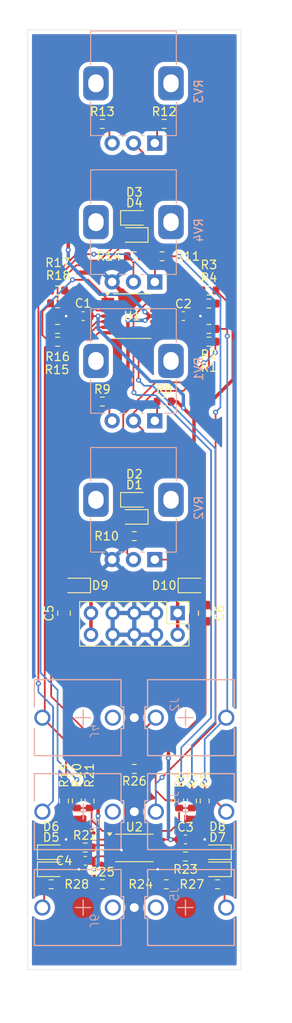
<source format=kicad_pcb>
(kicad_pcb (version 20240108) (generator "pcbnew") (generator_version "8.0")
  (layers (0 "F.Cu" signal) (31 "B.Cu" signal) (34 "B.Paste" user) (35 "F.Paste" user) (36 "B.SilkS" user "B.Silkscreen") (37 "F.SilkS" user "F.Silkscreen") (38 "B.Mask" user) (39 "F.Mask" user) (44 "Edge.Cuts" user))
  (net 0 "")
  (net 1 "GND")
  (net 2 "+12V")
  (net 3 "-12V")
  (net 4 "Net-(D1-A)")
  (net 5 "Net-(D1-K)")
  (net 6 "Net-(D3-A)")
  (net 7 "Net-(D3-K)")
  (net 8 "Net-(D5-A)")
  (net 9 "Net-(D5-K)")
  (net 10 "Net-(D7-A)")
  (net 11 "Net-(D7-K)")
  (net 12 "Net-(J1-3)")
  (net 13 "Net-(J1-2)")
  (net 14 "Net-(J2-3)")
  (net 15 "Net-(J2-2)")
  (net 16 "Net-(J3-3)")
  (net 19 "Net-(J4-3)")
  (net 21 "Net-(J5-3)")
  (net 23 "Net-(J6-3)")
  (net 24 "Net-(U1C--)")
  (net 25 "Net-(U1C-+)")
  (net 26 "Net-(U1D--)")
  (net 27 "Net-(U1D-+)")
  (net 28 "Net-(U2B--)")
  (net 29 "Net-(R6-Pad2)")
  (net 30 "Net-(R7-Pad2)")
  (net 31 "Net-(R8-Pad1)")
  (net 32 "Net-(R9-Pad2)")
  (net 33 "Net-(R10-Pad1)")
  (net 34 "Net-(R12-Pad1)")
  (net 35 "Net-(R13-Pad2)")
  (net 36 "Net-(R14-Pad1)")
  (net 37 "Net-(U1B--)")
  (net 38 "Net-(U1B-+)")
  (net 39 "Net-(U1A--)")
  (net 40 "Net-(U1A-+)")
  (net 41 "Net-(U2A--)")
  (net 42 "Net-(R20-Pad2)")
  (net 43 "Net-(R21-Pad2)")
  (net 44 "Net-(R22-Pad1)")
  (net 45 "Net-(R23-Pad1)")
  (net 46 "Net-(D9-A)")
  (net 47 "Net-(D10-A)")
  (net 48 "Net-(D9-K)")
  (net 49 "Net-(D10-K)")
  (footprint "Capacitor_SMD:C_0603_1608Metric" (layer "F.Cu") (at 45.5 140.25)
    (property "Reference" "C3")
    (property "Value" "100nF")
  )
  (footprint "Capacitor_SMD:C_0603_1608Metric" (layer "F.Cu") (at 45.25 79)
    (property "Reference" "C2")
    (property "Value" "100nF")
  )
  (footprint "Capacitor_SMD:C_0603_1608Metric" (layer "F.Cu") (at 33.5 79 180)
    (property "Reference" "C1")
    (property "Value" "100nF")
  )
  (footprint "Resistor_SMD:R_0603_1608Metric" (layer "F.Cu") (at 32.76 135.75 90)
    (property "Reference" "R20")
    (property "Value" "47k")
  )
  (footprint "Diode_SMD:D_SOD-323" (layer "F.Cu") (at 39.5 100.5)
    (property "Reference" "D2")
    (property "Value" "1N4148WS")
  )
  (footprint "Resistor_SMD:R_0603_1608Metric" (layer "F.Cu") (at 44.75 135.75 90)
    (property "Reference" "R6")
    (property "Value" "22k")
  )
  (footprint "Diode_SMD:D_SOD-323" (layer "F.Cu") (at 49.25 141.75 180)
    (property "Reference" "D8")
    (property "Value" "D_Zener")
  )
  (footprint "Resistor_SMD:R_0603_1608Metric" (layer "F.Cu") (at 49.25 145.5 180)
    (property "Reference" "R27")
    (property "Value" "1k")
  )
  (footprint "Resistor_SMD:R_0603_1608Metric" (layer "F.Cu") (at 48.25 80.5)
    (property "Reference" "R2")
    (property "Value" "10k")
  )
  (footprint "Resistor_SMD:R_0603_1608Metric" (layer "F.Cu") (at 43 56.5)
    (property "Reference" "R12")
    (property "Value" "10k")
  )
  (footprint "Resistor_SMD:R_0603_1608Metric" (layer "F.Cu") (at 35.75 145.5)
    (property "Reference" "R25")
    (property "Value" "1k")
  )
  (footprint "Resistor_SMD:R_0603_1608Metric" (layer "F.Cu") (at 34.25 135.75 90)
    (property "Reference" "R21")
    (property "Value" "22k")
  )
  (footprint "Resistor_SMD:R_0603_1608Metric" (layer "F.Cu") (at 35.75 89)
    (property "Reference" "R9")
    (property "Value" "10k")
  )
  (footprint "Diode_SMD:D_SOD-323" (layer "F.Cu") (at 29.75 143.75)
    (property "Reference" "D5")
    (property "Value" "D_Zener")
  )
  (footprint "Resistor_SMD:R_0603_1608Metric" (layer "F.Cu") (at 30.5 77.5 180)
    (property "Reference" "R18")
    (property "Value" "10k")
  )
  (footprint "Resistor_SMD:R_0603_1608Metric" (layer "F.Cu") (at 48.25 77.53)
    (property "Reference" "R4")
    (property "Value" "10k")
  )
  (footprint "Resistor_SMD:R_0603_1608Metric" (layer "F.Cu") (at 33.75 141.2)
    (property "Reference" "R22")
    (property "Value" "10k")
  )
  (footprint "Resistor_SMD:R_0603_1608Metric" (layer "F.Cu") (at 39.5 104.75)
    (property "Reference" "R10")
    (property "Value" "10k")
  )
  (footprint "Resistor_SMD:R_0603_1608Metric" (layer "F.Cu") (at 43.25 145.5 180)
    (property "Reference" "R24")
    (property "Value" "1k")
  )
  (footprint "Diode_SMD:D_SOD-323" (layer "F.Cu") (at 32.75 110.525 180)
    (property "Reference" "D9")
    (property "Value" "D_Schottky")
  )
  (footprint "Package_SO:TSSOP-8_4.4x3mm_P0.65mm" (layer "F.Cu") (at 39.5 141.25)
    (property "Reference" "U2")
    (property "Value" "TL072")
  )
  (footprint "Resistor_SMD:R_0603_1608Metric" (layer "F.Cu") (at 46.25 135.75 90)
    (property "Reference" "R7")
    (property "Value" "47k")
  )
  (footprint "Resistor_SMD:R_0603_1608Metric" (layer "F.Cu") (at 30.5 76)
    (property "Reference" "R17")
    (property "Value" "10k")
  )
  (footprint "Resistor_SMD:R_0603_1608Metric" (layer "F.Cu") (at 30.5 80.5 180)
    (property "Reference" "R16")
    (property "Value" "10k")
  )
  (footprint "Resistor_SMD:R_0603_1608Metric" (layer "F.Cu") (at 45.5 142.25 180)
    (property "Reference" "R23")
    (property "Value" "10k")
  )
  (footprint "Resistor_SMD:R_0603_1608Metric" (layer "F.Cu") (at 48.25 81.99 180)
    (property "Reference" "R1")
    (property "Value" "10k")
  )
  (footprint "Diode_SMD:D_SOD-323" (layer "F.Cu") (at 46.25 110.525)
    (property "Reference" "D10")
    (property "Value" "D_Schottky")
  )
  (footprint "Resistor_SMD:R_0603_1608Metric" (layer "F.Cu") (at 35.75 56.5)
    (property "Reference" "R13")
    (property "Value" "10k")
  )
  (footprint "Package_SO:TSSOP-14_4.4x5mm_P0.65mm" (layer "F.Cu") (at 39.25 79)
    (property "Reference" "U1")
    (property "Value" "TL074")
  )
  (footprint "Connector_PinHeader_2.54mm:PinHeader_2x05_P2.54mm_Vertical" (layer "F.Cu") (at 44.58 113.75 -90)
    (property "Reference" "J7" (hide yes))
    (property "Value" "Eurorack_Power_10pin_Unshrouded")
  )
  (footprint "Resistor_SMD:R_0603_1608Metric" (layer "F.Cu") (at 29.75 145.5)
    (property "Reference" "R28")
    (property "Value" "1k")
  )
  (footprint "Diode_SMD:D_SOD-323" (layer "F.Cu") (at 29.75 141.75)
    (property "Reference" "D6")
    (property "Value" "D_Zener")
  )
  (footprint "Capacitor_SMD:C_0805_2012Metric" (layer "F.Cu") (at 31.255 113.775 -90)
    (property "Reference" "C5")
    (property "Value" "10uF")
  )
  (footprint "Capacitor_SMD:C_0805_2012Metric" (layer "F.Cu") (at 47.755 113.775 90)
    (property "Reference" "C6")
    (property "Value" "10uF")
  )
  (footprint "Resistor_SMD:R_0603_1608Metric" (layer "F.Cu") (at 42.75 72)
    (property "Reference" "R11")
    (property "Value" "1k")
  )
  (footprint "Resistor_SMD:R_0603_1608Metric" (layer "F.Cu") (at 47.75 135.75 90)
    (property "Reference" "R5")
    (property "Value" "10k")
  )
  (footprint "Resistor_SMD:R_0603_1608Metric" (layer "F.Cu") (at 31.25 135.75 90)
    (property "Reference" "R19")
    (property "Value" "10k")
  )
  (footprint "Diode_SMD:D_SOD-323" (layer "F.Cu") (at 39.5 69.5 180)
    (property "Reference" "D4")
    (property "Value" "1N4148WS")
  )
  (footprint "Resistor_SMD:R_0603_1608Metric" (layer "F.Cu") (at 43 89)
    (property "Reference" "R8")
    (property "Value" "10k")
  )
  (footprint "Resistor_SMD:R_0603_1608Metric" (layer "F.Cu") (at 39.5 72)
    (property "Reference" "R14")
    (property "Value" "10k")
  )
  (footprint "Resistor_SMD:R_0603_1608Metric" (layer "F.Cu") (at 48.25 76 180)
    (property "Reference" "R3")
    (property "Value" "10k")
  )
  (footprint "Resistor_SMD:R_0603_1608Metric" (layer "F.Cu") (at 30.5 82)
    (property "Reference" "R15")
    (property "Value" "10k")
  )
  (footprint "Diode_SMD:D_SOD-323" (layer "F.Cu") (at 39.5 102.5 180)
    (property "Reference" "D1")
    (property "Value" "1N4148WS")
  )
  (footprint "Resistor_SMD:R_0603_1608Metric" (layer "F.Cu") (at 39.5 132 180)
    (property "Reference" "R26")
    (property "Value" "1k")
  )
  (footprint "Diode_SMD:D_SOD-323" (layer "F.Cu") (at 39.5 67.5)
    (property "Reference" "D3")
    (property "Value" "1N4148WS")
  )
  (footprint "Capacitor_SMD:C_0603_1608Metric" (layer "F.Cu") (at 33.75 142.75 180)
    (property "Reference" "C4")
    (property "Value" "100nF")
  )
  (footprint "Diode_SMD:D_SOD-323" (layer "F.Cu") (at 49.25 143.75 180)
    (property "Reference" "D7")
    (property "Value" "D_Zener")
  )
  (footprint "Potentiometer_THT:Potentiometer_Alps_RK09K_Single_Vertical" (layer "B.Cu") (at 41.9 75 90)
    (property "Reference" "RV4")
    (property "Value" "100k")
  )
  (footprint "Potentiometer_THT:Potentiometer_Alps_RK09K_Single_Vertical" (layer "B.Cu") (at 41.9 107.5 90)
    (property "Reference" "RV2")
    (property "Value" "100k")
  )
  (footprint "eurorack-jacks:Thonkiconn-Jack" (layer "B.Cu") (at 33.5 136.9995 90)
    (property "Reference" "J3")
    (property "Value" "~")
  )
  (footprint "eurorack-jacks:Thonkiconn-Jack" (layer "B.Cu") (at 33.5 126.0005 90)
    (property "Reference" "J4")
    (property "Value" "~")
  )
  (footprint "eurorack-jacks:Thonkiconn-Jack" (layer "B.Cu") (at 45.5 126.0005 -90)
    (property "Reference" "J2")
    (property "Value" "~")
  )
  (footprint "Potentiometer_THT:Potentiometer_Alps_RK09K_Single_Vertical" (layer "B.Cu") (at 41.9 58.75 90)
    (property "Reference" "RV3")
    (property "Value" "100k")
  )
  (footprint "eurorack-jacks:Thonkiconn-Jack" (layer "B.Cu") (at 45.5 136.9995 -90)
    (property "Reference" "J1")
    (property "Value" "~")
  )
  (footprint "eurorack-jacks:Thonkiconn-Jack" (layer "B.Cu") (at 33.5 148.222 90)
    (property "Reference" "J6")
    (property "Value" "~")
  )
  (footprint "Potentiometer_THT:Potentiometer_Alps_RK09K_Single_Vertical" (layer "B.Cu") (at 41.9 91.25 90)
    (property "Reference" "RV1")
    (property "Value" "100k")
  )
  (footprint "eurorack-jacks:Thonkiconn-Jack" (layer "B.Cu") (at 45.5 148.222 -90)
    (property "Reference" "J5")
    (property "Value" "~")
  )
  (gr_rect (start 27 45.5) (end 52 155.5) (stroke (width 0.05)) (fill none) (layer "Edge.Cuts"))
  (segment (start 32.975 143.725) (end 33 143.75) (width 0.2) (layer "F.Cu") (net 1))
  (segment (start 32.975 142.75) (end 32.975 143.725) (width 0.2) (layer "F.Cu") (net 1))
  (segment (start 36.6375 141.575) (end 37.925 141.575) (width 0.2) (layer "F.Cu") (net 1))
  (segment (start 37.925 141.575) (end 38 141.5) (width 0.2) (layer "F.Cu") (net 1))
  (via (at 33 143.75) (size 0.6) (drill 0.3) (layers "F.Cu" "B.Cu") (net 1))
  (via (at 31.5 140.25) (size 0.6) (drill 0.3) (layers "F.Cu" "B.Cu") (net 1))
  (via (at 42.25 143.75) (size 0.6) (drill 0.3) (layers "F.Cu" "B.Cu") (net 1))
  (via (at 38 141.5) (size 0.6) (drill 0.3) (layers "F.Cu" "B.Cu") (net 1))
  (via (at 47.25 79) (size 0.6) (drill 0.3) (layers "F.Cu" "B.Cu") (net 1))
  (via (at 31.5 79) (size 0.6) (drill 0.3) (layers "F.Cu" "B.Cu") (net 1))
  (via (at 47.75 140.25) (size 0.6) (drill 0.3) (layers "F.Cu" "B.Cu") (net 1))
  (segment (start 43.5 130.75) (end 43.5 129.75) (width 0.4) (layer "F.Cu") (net 2))
  (segment (start 46.5 91) (end 51.1 86.4) (width 0.4) (layer "F.Cu") (net 2))
  (segment (start 45 56.5) (end 43.825 56.5) (width 0.4) (layer "F.Cu") (net 2))
  (segment (start 42.3625 140.275) (end 44.7 140.275) (width 0.2) (layer "F.Cu") (net 2))
  (segment (start 45.25 89.75) (end 44.5 89) (width 0.4) (layer "F.Cu") (net 2))
  (segment (start 46.5 91) (end 46.5 113.47) (width 0.4) (layer "F.Cu") (net 2))
  (segment (start 43.75 140.275) (end 43.775 140.25) (width 0.4) (layer "F.Cu") (net 2))
  (segment (start 35.25 79) (end 34.275 79) (width 0.2) (layer "F.Cu") (net 2))
  (segment (start 46.5 113.47) (end 47.755 114.725) (width 0.4) (layer "F.Cu") (net 2))
  (segment (start 51.1 62.6) (end 45 56.5) (width 0.4) (layer "F.Cu") (net 2))
  (segment (start 43.5 129.75) (end 47.755 125.495) (width 0.4) (layer "F.Cu") (net 2))
  (segment (start 47.755 125.495) (end 47.755 114.725) (width 0.4) (layer "F.Cu") (net 2))
  (segment (start 44.5 89) (end 43.825 89) (width 0.4) (layer "F.Cu") (net 2))
  (segment (start 45.25 89.75) (end 46.5 91) (width 0.4) (layer "F.Cu") (net 2))
  (segment (start 43.775 140.25) (end 44.725 140.25) (width 0.4) (layer "F.Cu") (net 2))
  (segment (start 51.1 86.4) (end 51.1 62.6) (width 0.4) (layer "F.Cu") (net 2))
  (segment (start 44.7 140.275) (end 44.725 140.25) (width 0.2) (layer "F.Cu") (net 2))
  (segment (start 36.3875 79) (end 35.25 79) (width 0.2) (layer "F.Cu") (net 2))
  (via (at 45.25 89.75) (size 0.6) (drill 0.3) (layers "F.Cu" "B.Cu") (net 2))
  (via (at 35.25 79) (size 0.6) (drill 0.3) (layers "F.Cu" "B.Cu") (net 2))
  (via (at 43.75 140.275) (size 0.6) (drill 0.3) (layers "F.Cu" "B.Cu") (net 2))
  (via (at 43.5 130.75) (size 0.6) (drill 0.3) (layers "F.Cu" "B.Cu") (net 2))
  (segment (start 45.25 89.75) (end 45.25 88.25) (width 0.4) (layer "B.Cu") (net 2))
  (segment (start 45.25 88.25) (end 43.65 86.65) (width 0.4) (layer "B.Cu") (net 2))
  (segment (start 43.5 140.025) (end 43.75 140.275) (width 0.4) (layer "B.Cu") (net 2))
  (segment (start 43.65 86.65) (end 41.41005 86.65) (width 0.4) (layer "B.Cu") (net 2))
  (segment (start 43.5 130.75) (end 43.5 140.025) (width 0.4) (layer "B.Cu") (net 2))
  (segment (start 35.25 80.48995) (end 35.25 79) (width 0.4) (layer "B.Cu") (net 2))
  (segment (start 41.41005 86.65) (end 35.25 80.48995) (width 0.4) (layer "B.Cu") (net 2))
  (segment (start 38.75 79.5) (end 38.75 85.175) (width 0.4) (layer "F.Cu") (net 3))
  (segment (start 41.315122 79) (end 42.1125 79) (width 0.4) (layer "F.Cu") (net 3))
  (segment (start 40.75 79.5) (end 40.815122 79.5) (width 0.4) (layer "F.Cu") (net 3))
  (segment (start 31.255 114.725) (end 32.75 113.23) (width 0.4) (layer "F.Cu") (net 3))
  (segment (start 32.75 113.23) (end 32.75 91.175) (width 0.4) (layer "F.Cu") (net 3))
  (segment (start 40.815122 79.5) (end 41.315122 79) (width 0.4) (layer "F.Cu") (net 3))
  (segment (start 31.75 58.25) (end 33.5 56.5) (width 0.4) (layer "F.Cu") (net 3))
  (segment (start 40.815122 78.5) (end 40.75 78.5) (width 0.4) (layer "F.Cu") (net 3))
  (segment (start 38.75 85.175) (end 34.925 89) (width 0.4) (layer "F.Cu") (net 3))
  (segment (start 32.75 91.175) (end 34.925 89) (width 0.4) (layer "F.Cu") (net 3))
  (segment (start 35.25 137.5) (end 35.25 124.75) (width 0.4) (layer "F.Cu") (net 3))
  (segment (start 34.75 143.75) (end 34.75 142.975) (width 0.4) (layer "F.Cu") (net 3))
  (segment (start 31.75 71.25) (end 31.75 58.25) (width 0.4) (layer "F.Cu") (net 3))
  (segment (start 34.75 142.975) (end 34.525 142.75) (width 0.4) (layer "F.Cu") (net 3))
  (segment (start 33.5 56.5) (end 34.925 56.5) (width 0.4) (layer "F.Cu") (net 3))
  (segment (start 31.255 120.755) (end 31.255 114.725) (width 0.4) (layer "F.Cu") (net 3))
  (segment (start 42.1125 79) (end 44.475 79) (width 0.2) (layer "F.Cu") (net 3))
  (segment (start 36.6375 142.225) (end 35.05 142.225) (width 0.2) (layer "F.Cu") (net 3))
  (segment (start 35.25 124.75) (end 31.255 120.755) (width 0.4) (layer "F.Cu") (net 3))
  (segment (start 41.315122 79) (end 40.815122 78.5) (width 0.4) (layer "F.Cu") (net 3))
  (segment (start 35.05 142.225) (end 34.525 142.75) (width 0.2) (layer "F.Cu") (net 3))
  (via (at 40.75 79.5) (size 0.6) (drill 0.3) (layers "F.Cu" "B.Cu") (net 3))
  (via (at 31.75 71.25) (size 0.6) (drill 0.3) (layers "F.Cu" "B.Cu") (net 3))
  (via (at 35.25 137.5) (size 0.6) (drill 0.3) (layers "F.Cu" "B.Cu") (net 3))
  (via (at 34.75 143.75) (size 0.6) (drill 0.3) (layers "F.Cu" "B.Cu") (net 3))
  (via (at 38.75 79.5) (size 0.6) (drill 0.3) (layers "F.Cu" "B.Cu") (net 3))
  (via (at 40.75 78.5) (size 0.6) (drill 0.3) (layers "F.Cu" "B.Cu") (net 3))
  (segment (start 40.75 78.434878) (end 38.765122 76.45) (width 0.4) (layer "B.Cu") (net 3))
  (segment (start 38.765122 76.45) (end 35.45 76.45) (width 0.4) (layer "B.Cu") (net 3))
  (segment (start 38.75 79.5) (end 40.75 79.5) (width 0.4) (layer "B.Cu") (net 3))
  (segment (start 35.45 76.45) (end 33.25 74.25) (width 0.4) (layer "B.Cu") (net 3))
  (segment (start 31.75 72.75) (end 31.75 71.25) (width 0.4) (layer "B.Cu") (net 3))
  (segment (start 35.25 137.5) (end 35.25 143.25) (width 0.4) (layer "B.Cu") (net 3))
  (segment (start 33.25 74.25) (end 31.75 72.75) (width 0.4) (layer "B.Cu") (net 3))
  (segment (start 40.75 78.5) (end 40.75 78.434878) (width 0.4) (layer "B.Cu") (net 3))
  (segment (start 35.25 143.25) (end 34.75 143.75) (width 0.4) (layer "B.Cu") (net 3))
  (segment (start 38.45 100.3) (end 38.2 100.05) (width 0.2) (layer "F.Cu") (net 4))
  (segment (start 38.45 100.5) (end 38.45 100.3) (width 0.2) (layer "F.Cu") (net 4))
  (segment (start 49 82.065) (end 49.075 81.99) (width 0.2) (layer "F.Cu") (net 4))
  (segment (start 38.45 100.5) (end 38.45 102.5) (width 0.2) (layer "F.Cu") (net 4))
  (segment (start 45.350735 86.75) (end 47.65 84.450735) (width 0.2) (layer "F.Cu") (net 4))
  (segment (start 49 83.25) (end 49 82.065) (width 0.2) (layer "F.Cu") (net 4))
  (segment (start 42 86.75) (end 45.350735 86.75) (width 0.2) (layer "F.Cu") (net 4))
  (segment (start 38.2 90.55) (end 42 86.75) (width 0.2) (layer "F.Cu") (net 4))
  (segment (start 38.2 100.05) (end 38.2 90.55) (width 0.2) (layer "F.Cu") (net 4))
  (via (at 47.65 84.450735) (size 0.6) (drill 0.3) (layers "F.Cu" "B.Cu") (net 4))
  (via (at 49 83.25) (size 0.6) (drill 0.3) (layers "F.Cu" "B.Cu") (net 4))
  (segment (start 47.65 84.450735) (end 47.799265 84.450735) (width 0.2) (layer "B.Cu") (net 4))
  (segment (start 47.799265 84.450735) (end 49 83.25) (width 0.2) (layer "B.Cu") (net 4))
  (segment (start 40.55 102.5) (end 40.55 100.5) (width 0.2) (layer "F.Cu") (net 5))
  (segment (start 48.25 78.355) (end 48.25 84.75) (width 0.2) (layer "F.Cu") (net 5))
  (segment (start 39.4 90.35) (end 39.4 91.25) (width 0.2) (layer "F.Cu") (net 5))
  (segment (start 40.55 102.5) (end 40.55 104.525) (width 0.2) (layer "F.Cu") (net 5))
  (segment (start 45.25 87.75) (end 42 87.75) (width 0.2) (layer "F.Cu") (net 5))
  (segment (start 42 87.75) (end 39.4 90.35) (width 0.2) (layer "F.Cu") (net 5))
  (segment (start 40.55 92.4) (end 39.4 91.25) (width 0.2) (layer "F.Cu") (net 5))
  (segment (start 49.075 77.53) (end 48.25 78.355) (width 0.2) (layer "F.Cu") (net 5))
  (segment (start 40.55 100.5) (end 40.55 92.4) (width 0.2) (layer "F.Cu") (net 5))
  (segment (start 40.55 104.525) (end 40.325 104.75) (width 0.2) (layer "F.Cu") (net 5))
  (segment (start 48.25 84.75) (end 45.25 87.75) (width 0.2) (layer "F.Cu") (net 5))
  (segment (start 40.55 67.5) (end 40.55 69.5) (width 0.2) (layer "F.Cu") (net 6))
  (segment (start 35.75 73.04853) (end 37.79853 71) (width 0.2) (layer "F.Cu") (net 6))
  (segment (start 30.5 75.25) (end 32.70147 73.04853) (width 0.2) (layer "F.Cu") (net 6))
  (segment (start 32.70147 73.04853) (end 35.75 73.04853) (width 0.2) (layer "F.Cu") (net 6))
  (segment (start 40.55 71.775) (end 40.325 72) (width 0.2) (layer "F.Cu") (net 6))
  (segment (start 40.55 59.9) (end 39.4 58.75) (width 0.2) (layer "F.Cu") (net 6))
  (segment (start 29.675 79.325) (end 30.5 78.5) (width 0.2) (layer "F.Cu") (net 6))
  (segment (start 37.79853 71) (end 39.325 71) (width 0.2) (layer "F.Cu") (net 6))
  (segment (start 29.675 80.5) (end 29.675 79.325) (width 0.2) (layer "F.Cu") (net 6))
  (segment (start 30.5 78.5) (end 30.5 75.25) (width 0.2) (layer "F.Cu") (net 6))
  (segment (start 39.325 71) (end 40.325 72) (width 0.2) (layer "F.Cu") (net 6))
  (segment (start 40.55 69.5) (end 40.55 71.775) (width 0.2) (layer "F.Cu") (net 6))
  (segment (start 40.55 67.5) (end 40.55 59.9) (width 0.2) (layer "F.Cu") (net 6))
  (segment (start 29.675 76) (end 29.675 75.325) (width 0.2) (layer "F.Cu") (net 7))
  (segment (start 38.45 67.5) (end 38.45 69.5) (width 0.2) (layer "F.Cu") (net 7))
  (segment (start 29.675 75.325) (end 32.5 72.5) (width 0.2) (layer "F.Cu") (net 7))
  (segment (start 35.45 72.5) (end 38.45 69.5) (width 0.2) (layer "F.Cu") (net 7))
  (segment (start 32.5 72.5) (end 35.45 72.5) (width 0.2) (layer "F.Cu") (net 7))
  (segment (start 37.75 146.25) (end 37.012648 146.25) (width 0.2) (layer "F.Cu") (net 8))
  (segment (start 39 145) (end 37.75 146.25) (width 0.2) (layer "F.Cu") (net 8))
  (segment (start 39 138.108698) (end 39 145) (width 0.2) (layer "F.Cu") (net 8))
  (segment (start 30.8 143.75) (end 30.8 145.275) (width 0.2) (layer "F.Cu") (net 8))
  (segment (start 38.3575 133.3925) (end 38.3575 137.466198) (width 0.2) (layer "F.Cu") (net 8))
  (segment (start 38.3575 137.466198) (end 39 138.108698) (width 0.2) (layer "F.Cu") (net 8))
  (segment (start 38.675 132) (end 38.675 133.075) (width 0.2) (layer "F.Cu") (net 8))
  (segment (start 34.925 145.5) (end 30.575 145.5) (width 0.2) (layer "F.Cu") (net 8))
  (segment (start 35.7 146.275) (end 34.925 145.5) (width 0.2) (layer "F.Cu") (net 8))
  (segment (start 30.8 145.275) (end 30.575 145.5) (width 0.2) (layer "F.Cu") (net 8))
  (segment (start 36.987648 146.275) (end 35.7 146.275) (width 0.2) (layer "F.Cu") (net 8))
  (segment (start 37.012648 146.25) (end 36.987648 146.275) (width 0.2) (layer "F.Cu") (net 8))
  (segment (start 38.675 133.075) (end 38.3575 133.3925) (width 0.2) (layer "F.Cu") (net 8))
  (segment (start 28.7 141.75) (end 28.7 143.75) (width 0.2) (layer "F.Cu") (net 9))
  (segment (start 48.2 145.275) (end 48.425 145.5) (width 0.2) (layer "F.Cu") (net 10))
  (segment (start 48.2 143.75) (end 48.2 145.275) (width 0.2) (layer "F.Cu") (net 10))
  (segment (start 48.425 145.5) (end 44.075 145.5) (width 0.2) (layer "F.Cu") (net 10))
  (segment (start 50.3 141.75) (end 50.3 143.75) (width 0.2) (layer "F.Cu") (net 11))
  (segment (start 43.75 125.5) (end 43.75 127.75) (width 0.2) (layer "F.Cu") (net 12))
  (segment (start 43.75 107.5) (end 46 109.75) (width 0.2) (layer "F.Cu") (net 12))
  (segment (start 46 109.75) (end 46 123.25) (width 0.2) (layer "F.Cu") (net 12))
  (segment (start 46 123.25) (end 43.75 125.5) (width 0.2) (layer "F.Cu") (net 12))
  (segment (start 43.75 127.75) (end 42 129.5) (width 0.2) (layer "F.Cu") (net 12))
  (segment (start 42 129.5) (end 42 134.5) (width 0.2) (layer "F.Cu") (net 12))
  (segment (start 41.9 107.5) (end 43.75 107.5) (width 0.2) (layer "F.Cu") (net 12))
  (segment (start 42 134.5) (end 43.163 135.663) (width 0.2) (layer "F.Cu") (net 12))
  (segment (start 48.941 135.663) (end 50.278 137) (width 0.2) (layer "F.Cu") (net 12))
  (segment (start 43.163 135.663) (end 48.941 135.663) (width 0.2) (layer "F.Cu") (net 12))
  (segment (start 49.0255 90.25) (end 49.0255 126.7245) (width 0.2) (layer "F.Cu") (net 13))
  (segment (start 49.0255 126.7245) (end 42.75 133) (width 0.2) (layer "F.Cu") (net 13))
  (segment (start 44.75 72) (end 43.575 72) (width 0.2) (layer "F.Cu") (net 13))
  (via (at 44.75 72) (size 0.6) (drill 0.3) (layers "F.Cu" "B.Cu") (net 13))
  (via (at 49.0255 90.25) (size 0.6) (drill 0.3) (layers "F.Cu" "B.Cu") (net 13))
  (via (at 42.75 133) (size 0.6) (drill 0.3) (layers "F.Cu" "B.Cu") (net 13))
  (segment (start 42.023 133.727) (end 42.75 133) (width 0.2) (layer "B.Cu") (net 13))
  (segment (start 49.6 89.6755) (end 49.6 76.85) (width 0.2) (layer "B.Cu") (net 13))
  (segment (start 42.023 137) (end 42.023 133.727) (width 0.2) (layer "B.Cu") (net 13))
  (segment (start 49.6 76.85) (end 44.75 72) (width 0.2) (layer "B.Cu") (net 13))
  (segment (start 49.0255 90.25) (end 49.6 89.6755) (width 0.2) (layer "B.Cu") (net 13))
  (segment (start 49.075 76) (end 50.4 77.325) (width 0.2) (layer "F.Cu") (net 14))
  (segment (start 50.4 81.35) (end 50.4 80.5) (width 0.2) (layer "F.Cu") (net 14))
  (segment (start 47.75 134.925) (end 47.75 133.5) (width 0.2) (layer "F.Cu") (net 14))
  (segment (start 49.075 80.5) (end 50.4 80.5) (width 0.2) (layer "F.Cu") (net 14))
  (segment (start 50.4 77.325) (end 50.4 80.5) (width 0.2) (layer "F.Cu") (net 14))
  (via (at 47.75 133.5) (size 0.6) (drill 0.3) (layers "F.Cu" "B.Cu") (net 14))
  (via (at 50.4 81.35) (size 0.6) (drill 0.3) (layers "F.Cu" "B.Cu") (net 14))
  (segment (start 50.4 81.35) (end 50.4 125.879) (width 0.2) (layer "B.Cu") (net 14))
  (segment (start 47.75 133.5) (end 47.75 128.529) (width 0.2) (layer "B.Cu") (net 14))
  (segment (start 50.4 125.879) (end 50.278 126.001) (width 0.2) (layer "B.Cu") (net 14))
  (segment (start 47.75 128.529) (end 50.278 126.001) (width 0.2) (layer "B.Cu") (net 14))
  (segment (start 40.325 132) (end 40.325 127.699) (width 0.2) (layer "F.Cu") (net 15))
  (segment (start 40.325 127.699) (end 42.023 126.001) (width 0.2) (layer "F.Cu") (net 15))
  (segment (start 32.684314 71.75) (end 34.75 71.75) (width 0.2) (layer "F.Cu") (net 16))
  (segment (start 41.925 72) (end 41.925 74.975) (width 0.2) (layer "F.Cu") (net 16))
  (segment (start 28.25 76.184314) (end 32.684314 71.75) (width 0.2) (layer "F.Cu") (net 16))
  (segment (start 28.25 122) (end 28.25 76.184314) (width 0.2) (layer "F.Cu") (net 16))
  (segment (start 41.925 74.975) (end 41.9 75) (width 0.2) (layer "F.Cu") (net 16))
  (via (at 34.75 71.75) (size 0.6) (drill 0.3) (layers "F.Cu" "B.Cu") (net 16))
  (via (at 28.25 122) (size 0.6) (drill 0.3) (layers "F.Cu" "B.Cu") (net 16))
  (segment (start 28.25 123) (end 29.9745 124.7245) (width 0.2) (layer "B.Cu") (net 16))
  (segment (start 28.25 122) (end 28.25 123) (width 0.2) (layer "B.Cu") (net 16))
  (segment (start 38.65 71.75) (end 41.9 75) (width 0.2) (layer "B.Cu") (net 16))
  (segment (start 29.9745 135.7465) (end 28.722 136.999) (width 0.2) (layer "B.Cu") (net 16))
  (segment (start 29.9745 124.7245) (end 29.9745 135.7465) (width 0.2) (layer "B.Cu") (net 16))
  (segment (start 34.75 71.75) (end 38.65 71.75) (width 0.2) (layer "B.Cu") (net 16))
  (segment (start 29 125.722) (end 28.722 126) (width 0.2) (layer "F.Cu") (net 19))
  (segment (start 28.722 78.453) (end 29.675 77.5) (width 0.2) (layer "F.Cu") (net 19))
  (segment (start 29.5 82) (end 28.722 81.222) (width 0.2) (layer "F.Cu") (net 19))
  (segment (start 31.49 128.768) (end 28.722 126) (width 0.2) (layer "F.Cu") (net 19))
  (segment (start 29.675 82) (end 29 82.675) (width 0.2) (layer "F.Cu") (net 19))
  (segment (start 29.675 82) (end 29.5 82) (width 0.2) (layer "F.Cu") (net 19))
  (segment (start 29 82.675) (end 29 125.722) (width 0.2) (layer "F.Cu") (net 19))
  (segment (start 28.722 81.222) (end 28.722 78.453) (width 0.2) (layer "F.Cu") (net 19))
  (segment (start 31.49 134.925) (end 31.49 128.768) (width 0.2) (layer "F.Cu") (net 19))
  (segment (start 50.075 148.0195) (end 50.278 148.2225) (width 0.2) (layer "F.Cu") (net 21))
  (segment (start 50.075 145.5) (end 50.075 148.0195) (width 0.2) (layer "F.Cu") (net 21))
  (segment (start 28.925 148.0185) (end 28.722 148.2215) (width 0.2) (layer "F.Cu") (net 23))
  (segment (start 28.925 145.5) (end 28.925 148.0185) (width 0.2) (layer "F.Cu") (net 23))
  (segment (start 44.434314 81) (end 46.435 81) (width 0.2) (layer "F.Cu") (net 24))
  (segment (start 43.734314 80.3) (end 44.434314 81) (width 0.2) (layer "F.Cu") (net 24))
  (segment (start 46.435 81) (end 47.425 81.99) (width 0.2) (layer "F.Cu") (net 24))
  (segment (start 42.1125 80.3) (end 43.734314 80.3) (width 0.2) (layer "F.Cu") (net 24))
  (segment (start 43.65 79.65) (end 44.5 80.5) (width 0.2) (layer "F.Cu") (net 25))
  (segment (start 44.5 80.5) (end 47.425 80.5) (width 0.2) (layer "F.Cu") (net 25))
  (segment (start 42.1125 79.65) (end 43.65 79.65) (width 0.2) (layer "F.Cu") (net 25))
  (segment (start 43.984314 77.7) (end 45.684314 76) (width 0.2) (layer "F.Cu") (net 26))
  (segment (start 42.1125 77.7) (end 43.984314 77.7) (width 0.2) (layer "F.Cu") (net 26))
  (segment (start 45.684314 76) (end 47.425 76) (width 0.2) (layer "F.Cu") (net 26))
  (segment (start 43.9 78.35) (end 44.72 77.53) (width 0.2) (layer "F.Cu") (net 27))
  (segment (start 42.1125 78.35) (end 43.9 78.35) (width 0.2) (layer "F.Cu") (net 27))
  (segment (start 44.72 77.53) (end 47.425 77.53) (width 0.2) (layer "F.Cu") (net 27))
  (segment (start 41.325 141.575) (end 40.75 141) (width 0.2) (layer "F.Cu") (net 28))
  (segment (start 42.3625 141.575) (end 44.5 141.575) (width 0.2) (layer "F.Cu") (net 28))
  (segment (start 43.75 139.25) (end 44.75 138.25) (width 0.2) (layer "F.Cu") (net 28))
  (segment (start 44.5 141.575) (end 44.675 141.75) (width 0.2) (layer "F.Cu") (net 28))
  (segment (start 40.75 139.75) (end 41.25 139.25) (width 0.2) (layer "F.Cu") (net 28))
  (segment (start 44.75 136.575) (end 47.75 136.575) (width 0.2) (layer "F.Cu") (net 28))
  (segment (start 44.75 138.25) (end 44.75 136.575) (width 0.2) (layer "F.Cu") (net 28))
  (segment (start 40.75 141) (end 40.75 139.75) (width 0.2) (layer "F.Cu") (net 28))
  (segment (start 42.3625 141.575) (end 41.325 141.575) (width 0.2) (layer "F.Cu") (net 28))
  (segment (start 41.25 139.25) (end 43.75 139.25) (width 0.2) (layer "F.Cu") (net 28))
  (segment (start 45 133.25) (end 45 134.675) (width 0.2) (layer "F.Cu") (net 29))
  (segment (start 39.4 87.9) (end 39.450735 87.950735) (width 0.2) (layer "F.Cu") (net 29))
  (segment (start 41.351471 77.05) (end 39.4 79.001471) (width 0.2) (layer "F.Cu") (net 29))
  (segment (start 42.1125 77.05) (end 41.351471 77.05) (width 0.2) (layer "F.Cu") (net 29))
  (segment (start 45 134.675) (end 44.75 134.925) (width 0.2) (layer "F.Cu") (net 29))
  (segment (start 39.4 79.001471) (end 39.4 87.9) (width 0.2) (layer "F.Cu") (net 29))
  (via (at 45 133.25) (size 0.6) (drill 0.3) (layers "F.Cu" "B.Cu") (net 29))
  (via (at 39.450735 87.950735) (size 0.6) (drill 0.3) (layers "F.Cu" "B.Cu") (net 29))
  (segment (start 48.5 94.75) (end 48.5 126) (width 0.2) (layer "B.Cu") (net 29))
  (segment (start 45 129.5) (end 45 133.25) (width 0.2) (layer "B.Cu") (net 29))
  (segment (start 39.450735 87.950735) (end 39.75 88.25) (width 0.2) (layer "B.Cu") (net 29))
  (segment (start 48.5 126) (end 45 129.5) (width 0.2) (layer "B.Cu") (net 29))
  (segment (start 42 88.25) (end 48.5 94.75) (width 0.2) (layer "B.Cu") (net 29))
  (segment (start 39.75 88.25) (end 42 88.25) (width 0.2) (layer "B.Cu") (net 29))
  (segment (start 41.05 80.95) (end 42.1125 80.95) (width 0.2) (layer "F.Cu") (net 30))
  (segment (start 40 86.5) (end 40 82) (width 0.2) (layer "F.Cu") (net 30))
  (segment (start 46.25 133.5) (end 46.25 134.925) (width 0.2) (layer "F.Cu") (net 30))
  (segment (start 40 82) (end 41.05 80.95) (width 0.2) (layer "F.Cu") (net 30))
  (via (at 40 86.5) (size 0.6) (drill 0.3) (layers "F.Cu" "B.Cu") (net 30))
  (via (at 46.25 133.5) (size 0.6) (drill 0.3) (layers "F.Cu" "B.Cu") (net 30))
  (segment (start 49 94.5) (end 49 126.5) (width 0.2) (layer "B.Cu") (net 30))
  (segment (start 40.65 87.15) (end 41.65 87.15) (width 0.2) (layer "B.Cu") (net 30))
  (segment (start 40 86.5) (end 40.65 87.15) (width 0.2) (layer "B.Cu") (net 30))
  (segment (start 46.25 129.25) (end 46.25 133.5) (width 0.2) (layer "B.Cu") (net 30))
  (segment (start 41.65 87.15) (end 49 94.5) (width 0.2) (layer "B.Cu") (net 30))
  (segment (start 49 126.5) (end 46.25 129.25) (width 0.2) (layer "B.Cu") (net 30))
  (segment (start 42.175 89) (end 42.175 90.975) (width 0.2) (layer "F.Cu") (net 31))
  (segment (start 42.175 90.975) (end 41.9 91.25) (width 0.2) (layer "F.Cu") (net 31))
  (segment (start 36.575 89) (end 36.575 90.925) (width 0.2) (layer "F.Cu") (net 32))
  (segment (start 36.575 90.925) (end 36.9 91.25) (width 0.2) (layer "F.Cu") (net 32))
  (segment (start 38.675 106.775) (end 39.4 107.5) (width 0.2) (layer "F.Cu") (net 33))
  (segment (start 38.675 104.75) (end 38.675 106.775) (width 0.2) (layer "F.Cu") (net 33))
  (segment (start 42.175 56.5) (end 42.175 58.475) (width 0.2) (layer "F.Cu") (net 34))
  (segment (start 42.175 58.475) (end 41.9 58.75) (width 0.2) (layer "F.Cu") (net 34))
  (segment (start 36.575 58.425) (end 36.9 58.75) (width 0.2) (layer "F.Cu") (net 35))
  (segment (start 36.575 56.5) (end 36.575 58.425) (width 0.2) (layer "F.Cu") (net 35))
  (segment (start 39.4 72.725) (end 38.675 72) (width 0.2) (layer "F.Cu") (net 36))
  (segment (start 39.4 75) (end 39.4 72.725) (width 0.2) (layer "F.Cu") (net 36))
  (segment (start 32.75 81) (end 31.75 82) (width 0.2) (layer "F.Cu") (net 37))
  (segment (start 36.3875 80.3) (end 35.015686 80.3) (width 0.2) (layer "F.Cu") (net 37))
  (segment (start 35.015686 80.3) (end 34.315686 81) (width 0.2) (layer "F.Cu") (net 37))
  (segment (start 31.75 82) (end 31.075 82) (width 0.2) (layer "F.Cu") (net 37))
  (segment (start 34.315686 81) (end 32.75 81) (width 0.2) (layer "F.Cu") (net 37))
  (segment (start 35.1 79.65) (end 34.25 80.5) (width 0.2) (layer "F.Cu") (net 38))
  (segment (start 36.3875 79.65) (end 35.1 79.65) (width 0.2) (layer "F.Cu") (net 38))
  (segment (start 34.25 80.5) (end 31.075 80.5) (width 0.2) (layer "F.Cu") (net 38))
  (segment (start 35.015686 77.7) (end 33.315686 76) (width 0.2) (layer "F.Cu") (net 39))
  (segment (start 36.3875 77.7) (end 35.015686 77.7) (width 0.2) (layer "F.Cu") (net 39))
  (segment (start 33.315686 76) (end 31.075 76) (width 0.2) (layer "F.Cu") (net 39))
  (segment (start 35.1 78.35) (end 34.25 77.5) (width 0.2) (layer "F.Cu") (net 40))
  (segment (start 34.25 77.5) (end 31.075 77.5) (width 0.2) (layer "F.Cu") (net 40))
  (segment (start 36.3875 78.35) (end 35.1 78.35) (width 0.2) (layer "F.Cu") (net 40))
  (segment (start 34.65 140.925) (end 34.575 141) (width 0.2) (layer "F.Cu") (net 41))
  (segment (start 34.49 137.99) (end 34.49 136.575) (width 0.2) (layer "F.Cu") (net 41))
  (segment (start 37.575 140.925) (end 37.75 140.75) (width 0.2) (layer "F.Cu") (net 41))
  (segment (start 31.49 136.575) (end 34.49 136.575) (width 0.2) (layer "F.Cu") (net 41))
  (segment (start 36.6375 140.925) (end 37.575 140.925) (width 0.2) (layer "F.Cu") (net 41))
  (segment (start 35.75 139.25) (end 34.49 137.99) (width 0.2) (layer "F.Cu") (net 41))
  (segment (start 37.5 139.25) (end 35.75 139.25) (width 0.2) (layer "F.Cu") (net 41))
  (segment (start 37.75 139.5) (end 37.5 139.25) (width 0.2) (layer "F.Cu") (net 41))
  (segment (start 36.6375 140.925) (end 34.65 140.925) (width 0.2) (layer "F.Cu") (net 41))
  (segment (start 37.75 140.75) (end 37.75 139.5) (width 0.2) (layer "F.Cu") (net 41))
  (segment (start 34.0875 74.75) (end 32.25 74.75) (width 0.2) (layer "F.Cu") (net 42))
  (segment (start 36.3875 77.05) (end 34.0875 74.75) (width 0.2) (layer "F.Cu") (net 42))
  (segment (start 32.75 133.25) (end 32.75 134.915) (width 0.2) (layer "F.Cu") (net 42))
  (segment (start 32.75 134.915) (end 32.76 134.925) (width 0.2) (layer "F.Cu") (net 42))
  (via (at 32.75 133.25) (size 0.6) (drill 0.3) (layers "F.Cu" "B.Cu") (net 42))
  (via (at 32.25 74.75) (size 0.6) (drill 0.3) (layers "F.Cu" "B.Cu") (net 42))
  (segment (start 28.5 88.75) (end 28.5 120.75) (width 0.2) (layer "B.Cu") (net 42))
  (segment (start 30.5 122.75) (end 30.5 131) (width 0.2) (layer "B.Cu") (net 42))
  (segment (start 28.5 78.5) (end 28.5 88.75) (width 0.2) (layer "B.Cu") (net 42))
  (segment (start 28.5 120.75) (end 30.5 122.75) (width 0.2) (layer "B.Cu") (net 42))
  (segment (start 32.25 74.75) (end 28.5 78.5) (width 0.2) (layer "B.Cu") (net 42))
  (segment (start 30.5 131) (end 32.75 133.25) (width 0.2) (layer "B.Cu") (net 42))
  (segment (start 29.75 85.25) (end 29.75 123.5) (width 0.2) (layer "F.Cu") (net 43))
  (segment (start 33.25 81.75) (end 29.75 85.25) (width 0.2) (layer "F.Cu") (net 43))
  (segment (start 36.3875 80.95) (end 35.3 80.95) (width 0.2) (layer "F.Cu") (net 43))
  (segment (start 34.25 128) (end 34.25 134.925) (width 0.2) (layer "F.Cu") (net 43))
  (segment (start 35.3 80.95) (end 34.5 81.75) (width 0.2) (layer "F.Cu") (net 43))
  (segment (start 34.5 81.75) (end 33.25 81.75) (width 0.2) (layer "F.Cu") (net 43))
  (segment (start 29.75 123.5) (end 34.25 128) (width 0.2) (layer "F.Cu") (net 43))
  (segment (start 32.925 141.2) (end 32 142.125) (width 0.2) (layer "F.Cu") (net 44))
  (segment (start 36 144.5) (end 36.575 145.075) (width 0.2) (layer "F.Cu") (net 44))
  (segment (start 32 142.125) (end 32 143.75) (width 0.2) (layer "F.Cu") (net 44))
  (segment (start 32 143.75) (end 32.75 144.5) (width 0.2) (layer "F.Cu") (net 44))
  (segment (start 32.75 144.5) (end 36 144.5) (width 0.2) (layer "F.Cu") (net 44))
  (segment (start 33.85 140.275) (end 32.925 141.2) (width 0.2) (layer "F.Cu") (net 44))
  (segment (start 36.575 145.075) (end 36.575 145.5) (width 0.2) (layer "F.Cu") (net 44))
  (segment (start 36.6375 140.275) (end 33.85 140.275) (width 0.2) (layer "F.Cu") (net 44))
  (segment (start 42.5 145) (end 42.425 145) (width 0.2) (layer "F.Cu") (net 45))
  (segment (start 46.25 142.25) (end 46.25 142.5) (width 0.2) (layer "F.Cu") (net 45))
  (segment (start 43.75 143.75) (end 42.5 145) (width 0.2) (layer "F.Cu") (net 45))
  (segment (start 45 143.75) (end 43.75 143.75) (width 0.2) (layer "F.Cu") (net 45))
  (segment (start 43.175 140.925) (end 43.425 141.175) (width 0.2) (layer "F.Cu") (net 45))
  (segment (start 42.3625 140.925) (end 43.175 140.925) (width 0.2) (layer "F.Cu") (net 45))
  (segment (start 46.25 142.5) (end 45 143.75) (width 0.2) (layer "F.Cu") (net 45))
  (segment (start 45.175 141.175) (end 46.25 142.25) (width 0.2) (layer "F.Cu") (net 45))
  (segment (start 43.425 141.175) (end 45.175 141.175) (width 0.2) (layer "F.Cu") (net 45))
  (segment (start 31.255 112.825) (end 31.7 112.38) (width 0.4) (layer "F.Cu") (net 46))
  (segment (start 31.7 112.38) (end 31.7 110.525) (width 0.4) (layer "F.Cu") (net 46))
  (segment (start 47.3 112.37) (end 47.3 110.525) (width 0.4) (layer "F.Cu") (net 47))
  (segment (start 47.755 112.825) (end 47.3 112.37) (width 0.4) (layer "F.Cu") (net 47))
  (segment (start 34.42 113.75) (end 34.42 116.29) (width 0.4) (layer "F.Cu") (net 48))
  (segment (start 34.42 111.145) (end 33.8 110.525) (width 0.4) (layer "F.Cu") (net 48))
  (segment (start 34.42 113.75) (end 34.42 111.145) (width 0.4) (layer "F.Cu") (net 48))
  (segment (start 44.58 113.75) (end 44.58 111.145) (width 0.4) (layer "F.Cu") (net 49))
  (segment (start 44.58 113.75) (end 44.58 116.29) (width 0.4) (layer "F.Cu") (net 49))
  (segment (start 44.58 111.145) (end 45.2 110.525) (width 0.4) (layer "F.Cu") (net 49))
  (zone (net 1) (net_name "GND") (layers "F&B.Cu") (connect_pads (clearance 0.5)) (min_thickness 0.25) (fill yes (thermal_gap 0.5) (thermal_bridge_width 0.5))
    (polygon (pts (xy 24 43.25) (xy 23.75 161.75) (xy 58 161.25) (xy 57.25 42)))
  )
)
</source>
